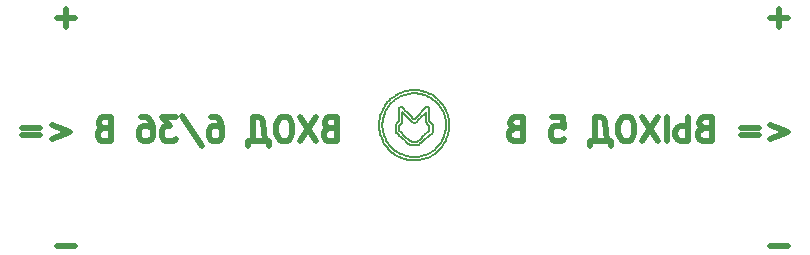
<source format=gbr>
%TF.GenerationSoftware,KiCad,Pcbnew,8.0.5*%
%TF.CreationDate,2024-10-21T04:05:45+03:00*%
%TF.ProjectId,DC36_DC5,44433336-5f44-4433-952e-6b696361645f,rev?*%
%TF.SameCoordinates,Original*%
%TF.FileFunction,Legend,Bot*%
%TF.FilePolarity,Positive*%
%FSLAX46Y46*%
G04 Gerber Fmt 4.6, Leading zero omitted, Abs format (unit mm)*
G04 Created by KiCad (PCBNEW 8.0.5) date 2024-10-21 04:05:45*
%MOMM*%
%LPD*%
G01*
G04 APERTURE LIST*
%ADD10C,0.500000*%
%ADD11C,0.150000*%
G04 APERTURE END LIST*
D10*
X154920862Y-86627333D02*
X153397053Y-86627333D01*
X154158957Y-87389238D02*
X154158957Y-85865428D01*
X94539892Y-86627333D02*
X93016083Y-86627333D01*
X93777987Y-87389238D02*
X93777987Y-85865428D01*
X153397053Y-95715568D02*
X154920862Y-96286997D01*
X154920862Y-96286997D02*
X153397053Y-96858425D01*
X152444672Y-96001283D02*
X150920863Y-96001283D01*
X150920863Y-96572711D02*
X152444672Y-96572711D01*
X147778005Y-96001283D02*
X147492291Y-96096521D01*
X147492291Y-96096521D02*
X147397053Y-96191759D01*
X147397053Y-96191759D02*
X147301815Y-96382235D01*
X147301815Y-96382235D02*
X147301815Y-96667949D01*
X147301815Y-96667949D02*
X147397053Y-96858425D01*
X147397053Y-96858425D02*
X147492291Y-96953664D01*
X147492291Y-96953664D02*
X147682767Y-97048902D01*
X147682767Y-97048902D02*
X148444672Y-97048902D01*
X148444672Y-97048902D02*
X148444672Y-95048902D01*
X148444672Y-95048902D02*
X147778005Y-95048902D01*
X147778005Y-95048902D02*
X147587529Y-95144140D01*
X147587529Y-95144140D02*
X147492291Y-95239378D01*
X147492291Y-95239378D02*
X147397053Y-95429854D01*
X147397053Y-95429854D02*
X147397053Y-95620330D01*
X147397053Y-95620330D02*
X147492291Y-95810806D01*
X147492291Y-95810806D02*
X147587529Y-95906044D01*
X147587529Y-95906044D02*
X147778005Y-96001283D01*
X147778005Y-96001283D02*
X148444672Y-96001283D01*
X144635148Y-95048902D02*
X144635148Y-97048902D01*
X146444672Y-95048902D02*
X146444672Y-97048902D01*
X146444672Y-97048902D02*
X145873243Y-97048902D01*
X145873243Y-97048902D02*
X145587529Y-96953664D01*
X145587529Y-96953664D02*
X145397053Y-96763187D01*
X145397053Y-96763187D02*
X145301815Y-96572711D01*
X145301815Y-96572711D02*
X145301815Y-96286997D01*
X145301815Y-96286997D02*
X145397053Y-96096521D01*
X145397053Y-96096521D02*
X145587529Y-95906044D01*
X145587529Y-95906044D02*
X145873243Y-95810806D01*
X145873243Y-95810806D02*
X146444672Y-95810806D01*
X143873243Y-95048902D02*
X142539910Y-97048902D01*
X142539910Y-95048902D02*
X143873243Y-97048902D01*
X141397053Y-95048902D02*
X141016100Y-95048902D01*
X141016100Y-95048902D02*
X140825624Y-95144140D01*
X140825624Y-95144140D02*
X140635148Y-95334616D01*
X140635148Y-95334616D02*
X140539910Y-95715568D01*
X140539910Y-95715568D02*
X140539910Y-96382235D01*
X140539910Y-96382235D02*
X140635148Y-96763187D01*
X140635148Y-96763187D02*
X140825624Y-96953664D01*
X140825624Y-96953664D02*
X141016100Y-97048902D01*
X141016100Y-97048902D02*
X141397053Y-97048902D01*
X141397053Y-97048902D02*
X141587529Y-96953664D01*
X141587529Y-96953664D02*
X141778005Y-96763187D01*
X141778005Y-96763187D02*
X141873243Y-96382235D01*
X141873243Y-96382235D02*
X141873243Y-95715568D01*
X141873243Y-95715568D02*
X141778005Y-95334616D01*
X141778005Y-95334616D02*
X141587529Y-95144140D01*
X141587529Y-95144140D02*
X141397053Y-95048902D01*
X138158958Y-97525092D02*
X138158958Y-97048902D01*
X138158958Y-97048902D02*
X139873243Y-97048902D01*
X139873243Y-97048902D02*
X139873243Y-97525092D01*
X138539910Y-97048902D02*
X138539910Y-95048902D01*
X138539910Y-95048902D02*
X139016100Y-95048902D01*
X139016100Y-95048902D02*
X139206577Y-95144140D01*
X139206577Y-95144140D02*
X139301815Y-95239378D01*
X139301815Y-95239378D02*
X139397053Y-95429854D01*
X139397053Y-95429854D02*
X139587529Y-97048902D01*
X134920862Y-95048902D02*
X135873243Y-95048902D01*
X135873243Y-95048902D02*
X135968481Y-96001283D01*
X135968481Y-96001283D02*
X135873243Y-95906044D01*
X135873243Y-95906044D02*
X135682767Y-95810806D01*
X135682767Y-95810806D02*
X135206576Y-95810806D01*
X135206576Y-95810806D02*
X135016100Y-95906044D01*
X135016100Y-95906044D02*
X134920862Y-96001283D01*
X134920862Y-96001283D02*
X134825624Y-96191759D01*
X134825624Y-96191759D02*
X134825624Y-96667949D01*
X134825624Y-96667949D02*
X134920862Y-96858425D01*
X134920862Y-96858425D02*
X135016100Y-96953664D01*
X135016100Y-96953664D02*
X135206576Y-97048902D01*
X135206576Y-97048902D02*
X135682767Y-97048902D01*
X135682767Y-97048902D02*
X135873243Y-96953664D01*
X135873243Y-96953664D02*
X135968481Y-96858425D01*
X131778004Y-96001283D02*
X131492290Y-96096521D01*
X131492290Y-96096521D02*
X131397052Y-96191759D01*
X131397052Y-96191759D02*
X131301814Y-96382235D01*
X131301814Y-96382235D02*
X131301814Y-96667949D01*
X131301814Y-96667949D02*
X131397052Y-96858425D01*
X131397052Y-96858425D02*
X131492290Y-96953664D01*
X131492290Y-96953664D02*
X131682766Y-97048902D01*
X131682766Y-97048902D02*
X132444671Y-97048902D01*
X132444671Y-97048902D02*
X132444671Y-95048902D01*
X132444671Y-95048902D02*
X131778004Y-95048902D01*
X131778004Y-95048902D02*
X131587528Y-95144140D01*
X131587528Y-95144140D02*
X131492290Y-95239378D01*
X131492290Y-95239378D02*
X131397052Y-95429854D01*
X131397052Y-95429854D02*
X131397052Y-95620330D01*
X131397052Y-95620330D02*
X131492290Y-95810806D01*
X131492290Y-95810806D02*
X131587528Y-95906044D01*
X131587528Y-95906044D02*
X131778004Y-96001283D01*
X131778004Y-96001283D02*
X132444671Y-96001283D01*
X116063714Y-96001283D02*
X115778000Y-96096521D01*
X115778000Y-96096521D02*
X115682762Y-96191759D01*
X115682762Y-96191759D02*
X115587524Y-96382235D01*
X115587524Y-96382235D02*
X115587524Y-96667949D01*
X115587524Y-96667949D02*
X115682762Y-96858425D01*
X115682762Y-96858425D02*
X115778000Y-96953664D01*
X115778000Y-96953664D02*
X115968476Y-97048902D01*
X115968476Y-97048902D02*
X116730381Y-97048902D01*
X116730381Y-97048902D02*
X116730381Y-95048902D01*
X116730381Y-95048902D02*
X116063714Y-95048902D01*
X116063714Y-95048902D02*
X115873238Y-95144140D01*
X115873238Y-95144140D02*
X115778000Y-95239378D01*
X115778000Y-95239378D02*
X115682762Y-95429854D01*
X115682762Y-95429854D02*
X115682762Y-95620330D01*
X115682762Y-95620330D02*
X115778000Y-95810806D01*
X115778000Y-95810806D02*
X115873238Y-95906044D01*
X115873238Y-95906044D02*
X116063714Y-96001283D01*
X116063714Y-96001283D02*
X116730381Y-96001283D01*
X114920857Y-95048902D02*
X113587524Y-97048902D01*
X113587524Y-95048902D02*
X114920857Y-97048902D01*
X112444667Y-95048902D02*
X112063714Y-95048902D01*
X112063714Y-95048902D02*
X111873238Y-95144140D01*
X111873238Y-95144140D02*
X111682762Y-95334616D01*
X111682762Y-95334616D02*
X111587524Y-95715568D01*
X111587524Y-95715568D02*
X111587524Y-96382235D01*
X111587524Y-96382235D02*
X111682762Y-96763187D01*
X111682762Y-96763187D02*
X111873238Y-96953664D01*
X111873238Y-96953664D02*
X112063714Y-97048902D01*
X112063714Y-97048902D02*
X112444667Y-97048902D01*
X112444667Y-97048902D02*
X112635143Y-96953664D01*
X112635143Y-96953664D02*
X112825619Y-96763187D01*
X112825619Y-96763187D02*
X112920857Y-96382235D01*
X112920857Y-96382235D02*
X112920857Y-95715568D01*
X112920857Y-95715568D02*
X112825619Y-95334616D01*
X112825619Y-95334616D02*
X112635143Y-95144140D01*
X112635143Y-95144140D02*
X112444667Y-95048902D01*
X109206572Y-97525092D02*
X109206572Y-97048902D01*
X109206572Y-97048902D02*
X110920857Y-97048902D01*
X110920857Y-97048902D02*
X110920857Y-97525092D01*
X109587524Y-97048902D02*
X109587524Y-95048902D01*
X109587524Y-95048902D02*
X110063714Y-95048902D01*
X110063714Y-95048902D02*
X110254191Y-95144140D01*
X110254191Y-95144140D02*
X110349429Y-95239378D01*
X110349429Y-95239378D02*
X110444667Y-95429854D01*
X110444667Y-95429854D02*
X110635143Y-97048902D01*
X106063714Y-95048902D02*
X106444667Y-95048902D01*
X106444667Y-95048902D02*
X106635143Y-95144140D01*
X106635143Y-95144140D02*
X106730381Y-95239378D01*
X106730381Y-95239378D02*
X106920857Y-95525092D01*
X106920857Y-95525092D02*
X107016095Y-95906044D01*
X107016095Y-95906044D02*
X107016095Y-96667949D01*
X107016095Y-96667949D02*
X106920857Y-96858425D01*
X106920857Y-96858425D02*
X106825619Y-96953664D01*
X106825619Y-96953664D02*
X106635143Y-97048902D01*
X106635143Y-97048902D02*
X106254190Y-97048902D01*
X106254190Y-97048902D02*
X106063714Y-96953664D01*
X106063714Y-96953664D02*
X105968476Y-96858425D01*
X105968476Y-96858425D02*
X105873238Y-96667949D01*
X105873238Y-96667949D02*
X105873238Y-96191759D01*
X105873238Y-96191759D02*
X105968476Y-96001283D01*
X105968476Y-96001283D02*
X106063714Y-95906044D01*
X106063714Y-95906044D02*
X106254190Y-95810806D01*
X106254190Y-95810806D02*
X106635143Y-95810806D01*
X106635143Y-95810806D02*
X106825619Y-95906044D01*
X106825619Y-95906044D02*
X106920857Y-96001283D01*
X106920857Y-96001283D02*
X107016095Y-96191759D01*
X103587524Y-94953664D02*
X105301809Y-97525092D01*
X103111333Y-95048902D02*
X101873238Y-95048902D01*
X101873238Y-95048902D02*
X102539905Y-95810806D01*
X102539905Y-95810806D02*
X102254190Y-95810806D01*
X102254190Y-95810806D02*
X102063714Y-95906044D01*
X102063714Y-95906044D02*
X101968476Y-96001283D01*
X101968476Y-96001283D02*
X101873238Y-96191759D01*
X101873238Y-96191759D02*
X101873238Y-96667949D01*
X101873238Y-96667949D02*
X101968476Y-96858425D01*
X101968476Y-96858425D02*
X102063714Y-96953664D01*
X102063714Y-96953664D02*
X102254190Y-97048902D01*
X102254190Y-97048902D02*
X102825619Y-97048902D01*
X102825619Y-97048902D02*
X103016095Y-96953664D01*
X103016095Y-96953664D02*
X103111333Y-96858425D01*
X100158952Y-95048902D02*
X100539905Y-95048902D01*
X100539905Y-95048902D02*
X100730381Y-95144140D01*
X100730381Y-95144140D02*
X100825619Y-95239378D01*
X100825619Y-95239378D02*
X101016095Y-95525092D01*
X101016095Y-95525092D02*
X101111333Y-95906044D01*
X101111333Y-95906044D02*
X101111333Y-96667949D01*
X101111333Y-96667949D02*
X101016095Y-96858425D01*
X101016095Y-96858425D02*
X100920857Y-96953664D01*
X100920857Y-96953664D02*
X100730381Y-97048902D01*
X100730381Y-97048902D02*
X100349428Y-97048902D01*
X100349428Y-97048902D02*
X100158952Y-96953664D01*
X100158952Y-96953664D02*
X100063714Y-96858425D01*
X100063714Y-96858425D02*
X99968476Y-96667949D01*
X99968476Y-96667949D02*
X99968476Y-96191759D01*
X99968476Y-96191759D02*
X100063714Y-96001283D01*
X100063714Y-96001283D02*
X100158952Y-95906044D01*
X100158952Y-95906044D02*
X100349428Y-95810806D01*
X100349428Y-95810806D02*
X100730381Y-95810806D01*
X100730381Y-95810806D02*
X100920857Y-95906044D01*
X100920857Y-95906044D02*
X101016095Y-96001283D01*
X101016095Y-96001283D02*
X101111333Y-96191759D01*
X96920856Y-96001283D02*
X96635142Y-96096521D01*
X96635142Y-96096521D02*
X96539904Y-96191759D01*
X96539904Y-96191759D02*
X96444666Y-96382235D01*
X96444666Y-96382235D02*
X96444666Y-96667949D01*
X96444666Y-96667949D02*
X96539904Y-96858425D01*
X96539904Y-96858425D02*
X96635142Y-96953664D01*
X96635142Y-96953664D02*
X96825618Y-97048902D01*
X96825618Y-97048902D02*
X97587523Y-97048902D01*
X97587523Y-97048902D02*
X97587523Y-95048902D01*
X97587523Y-95048902D02*
X96920856Y-95048902D01*
X96920856Y-95048902D02*
X96730380Y-95144140D01*
X96730380Y-95144140D02*
X96635142Y-95239378D01*
X96635142Y-95239378D02*
X96539904Y-95429854D01*
X96539904Y-95429854D02*
X96539904Y-95620330D01*
X96539904Y-95620330D02*
X96635142Y-95810806D01*
X96635142Y-95810806D02*
X96730380Y-95906044D01*
X96730380Y-95906044D02*
X96920856Y-96001283D01*
X96920856Y-96001283D02*
X97587523Y-96001283D01*
X92539904Y-95715568D02*
X94063713Y-96286997D01*
X94063713Y-96286997D02*
X92539904Y-96858425D01*
X91587523Y-96001283D02*
X90063714Y-96001283D01*
X90063714Y-96572711D02*
X91587523Y-96572711D01*
X154920862Y-105946661D02*
X153397053Y-105946661D01*
X94539892Y-105946661D02*
X93016083Y-105946661D01*
D11*
%TO.C,LOGO*%
X120273000Y-95716590D02*
X120273000Y-95704000D01*
X120282560Y-95951250D02*
X120279850Y-95908350D01*
X120305560Y-96158640D02*
X120285670Y-95993730D01*
X120592540Y-95267540D02*
X120620000Y-95127000D01*
X120930740Y-94345740D02*
X121011420Y-94217620D01*
X120984020Y-93789420D02*
X121070450Y-93693450D01*
X121111280Y-97359320D02*
X121040020Y-97262580D01*
X121184400Y-93577000D02*
X121231200Y-93532600D01*
X121210830Y-97886170D02*
X121028300Y-97699110D01*
X121231170Y-93933370D02*
X121292400Y-93867400D01*
X121245580Y-97520220D02*
X121186390Y-97452220D01*
X121275630Y-97552570D02*
X121255170Y-97532240D01*
X121375620Y-93782610D02*
X121530070Y-93644260D01*
X121383650Y-98037360D02*
X121234820Y-97910190D01*
X121455560Y-97730250D02*
X121389600Y-97669000D01*
X121522780Y-97787820D02*
X121477160Y-97749450D01*
X121646810Y-93211410D02*
X121849800Y-93092800D01*
X121691400Y-95706400D02*
X121691400Y-96299200D01*
X121713510Y-97933100D02*
X121664300Y-97898300D01*
X121772430Y-96422180D02*
X121843230Y-96483380D01*
X121902120Y-93385120D02*
X121956170Y-93355160D01*
X121943980Y-96572220D02*
X121984910Y-96608090D01*
X121962010Y-95389010D02*
X121791600Y-95559400D01*
X121972200Y-96224800D02*
X121972030Y-95790230D01*
X121974600Y-94511200D02*
X121974600Y-95248000D01*
X122130950Y-92961140D02*
X122265310Y-92910700D01*
X122266810Y-96854190D02*
X122307580Y-96890230D01*
X122326780Y-96907030D02*
X122437220Y-97002980D01*
X122399760Y-96596450D02*
X122104910Y-96339290D01*
X122567760Y-97117250D02*
X122648420Y-97187790D01*
X122658250Y-97197160D02*
X122870780Y-97383030D01*
X122823490Y-96967110D02*
X122497100Y-96681510D01*
X122922020Y-97053380D02*
X122856420Y-96996590D01*
X122985010Y-97420000D02*
X123517810Y-97420000D01*
X123085930Y-98408680D02*
X122857660Y-98384950D01*
X123088210Y-98689600D02*
X122958420Y-98680190D01*
X123180000Y-95168200D02*
X122972410Y-94960600D01*
X123181170Y-98694410D02*
X123172180Y-98694410D01*
X123222610Y-93025600D02*
X123311440Y-93025570D01*
X123429010Y-98689620D02*
X123181170Y-98694410D01*
X123477000Y-97136800D02*
X123021010Y-97136800D01*
X123619640Y-98671440D02*
X123429010Y-98689620D01*
X123689220Y-97327420D02*
X123890430Y-97151830D01*
X123709100Y-96936890D02*
X123659990Y-96978980D01*
X123758400Y-95123800D02*
X124209610Y-94672600D01*
X123773980Y-96879380D02*
X123740650Y-96908450D01*
X123991190Y-97062990D02*
X124254030Y-96833820D01*
X124020030Y-96664630D02*
X123807630Y-96850620D01*
X124242600Y-94643200D02*
X124242520Y-95442490D01*
X124263850Y-96824450D02*
X124414830Y-96692230D01*
X124285200Y-94200990D02*
X123387600Y-95098600D01*
X124323520Y-98189710D02*
X124266260Y-98214060D01*
X124350010Y-95601400D02*
X124504810Y-95756200D01*
X124362640Y-93265560D02*
X124445000Y-93305600D01*
X124425580Y-96683780D02*
X124465230Y-96649020D01*
X124496300Y-96248090D02*
X124119580Y-96576980D01*
X124523410Y-95260000D02*
X124523410Y-94393600D01*
X124525810Y-95780800D02*
X124525810Y-96217600D01*
X124636780Y-96498980D02*
X124696830Y-96446230D01*
X124806610Y-96289600D02*
X124806610Y-95718400D01*
X124969470Y-97791670D02*
X124805600Y-97918200D01*
X125007605Y-93679000D02*
X125190008Y-93851800D01*
X125230813Y-93894990D02*
X125259500Y-93926310D01*
X125247617Y-97525020D02*
X125197237Y-97580230D01*
X125392810Y-93656200D02*
X125447961Y-93716240D01*
X125400007Y-97773400D02*
X125331613Y-97844210D01*
X125520174Y-94270430D02*
X125605043Y-94413560D01*
X125541626Y-97615020D02*
X125477220Y-97689820D01*
X125702821Y-94037390D02*
X125776094Y-94148910D01*
X125728687Y-97362880D02*
X125691704Y-97417100D01*
X125792079Y-96607870D02*
X125734382Y-96758980D01*
X125899407Y-97070400D02*
X125867424Y-97132020D01*
X126217859Y-95910450D02*
X126214750Y-95955340D01*
X126219552Y-95553460D02*
X126223016Y-95730700D01*
X120273000Y-95704000D02*
X120278013Y-95540556D01*
X120292156Y-95384097D01*
X120314080Y-95227743D01*
X120319280Y-95195880D01*
X120279850Y-95908350D02*
X120273086Y-95752884D01*
X120273000Y-95716590D01*
X120285670Y-95993730D02*
X120282560Y-95951250D01*
X120318580Y-96239220D02*
X120305560Y-96158640D01*
X120319280Y-95195880D02*
X120353488Y-95026900D01*
X120392750Y-94878913D01*
X120440195Y-94731555D01*
X120494887Y-94588176D01*
X120566600Y-94430400D01*
X120481800Y-96815200D02*
X120423643Y-96657208D01*
X120379567Y-96513714D01*
X120343336Y-96368013D01*
X120318580Y-96239220D01*
X120553740Y-95732860D02*
X120558477Y-95579527D01*
X120558520Y-95569520D01*
X120556180Y-95814420D02*
X120556230Y-95773570D01*
X120556230Y-95773570D02*
X120553740Y-95732860D01*
X120558520Y-95569520D02*
X120571127Y-95418762D01*
X120592540Y-95267540D01*
X120561010Y-95893590D02*
X120556180Y-95814420D01*
X120566600Y-94430400D02*
X120596160Y-94368760D01*
X120596160Y-94368760D02*
X120668197Y-94236889D01*
X120746777Y-94108896D01*
X120784680Y-94050880D01*
X120620000Y-95127000D02*
X120653610Y-94992610D01*
X120624850Y-96333760D02*
X120594646Y-96184408D01*
X120572660Y-96033585D01*
X120561010Y-95893590D01*
X120653610Y-94992610D02*
X120700868Y-94842264D01*
X120737700Y-94740700D01*
X120737700Y-94740700D02*
X120749590Y-94711790D01*
X120749590Y-94711790D02*
X120811585Y-94571458D01*
X120880125Y-94434626D01*
X120930740Y-94345740D01*
X120784680Y-94050880D02*
X120873385Y-93925967D01*
X120971485Y-93803691D01*
X120984020Y-93789420D01*
X120804790Y-97416220D02*
X120711585Y-97276313D01*
X120635726Y-97144331D01*
X120566532Y-97008139D01*
X120497267Y-96853110D01*
X120481800Y-96815200D01*
X120822600Y-96892000D02*
X120754551Y-96741735D01*
X120701291Y-96600408D01*
X120656307Y-96457003D01*
X120624850Y-96333760D01*
X120850600Y-96948000D02*
X120822600Y-96892000D01*
X120972810Y-97161800D02*
X120893588Y-97029880D01*
X120850600Y-96948000D01*
X121011420Y-94217620D02*
X121028990Y-94191990D01*
X121016420Y-97686980D02*
X120918010Y-97568713D01*
X120825125Y-97444167D01*
X120804790Y-97416220D01*
X121028300Y-97699110D02*
X121016420Y-97686980D01*
X121028990Y-94191990D02*
X121119459Y-94067491D01*
X121219679Y-93945949D01*
X121231170Y-93933370D01*
X121040020Y-97262580D02*
X120972810Y-97161800D01*
X121070450Y-93693450D02*
X121081220Y-93680220D01*
X121081220Y-93680220D02*
X121137360Y-93623550D01*
X121137360Y-93623550D02*
X121184400Y-93577000D01*
X121186390Y-97452220D02*
X121111280Y-97359320D01*
X121231200Y-93532600D02*
X121317600Y-93455800D01*
X121234820Y-97910190D02*
X121210830Y-97886170D01*
X121255170Y-97532240D02*
X121245580Y-97520220D01*
X121285220Y-97564590D02*
X121275630Y-97552570D01*
X121292400Y-93867400D02*
X121375620Y-93782610D01*
X121317600Y-93455800D02*
X121329340Y-93445930D01*
X121329340Y-93445930D02*
X121380440Y-93403440D01*
X121380440Y-93403440D02*
X121502674Y-93309914D01*
X121630481Y-93221544D01*
X121646810Y-93211410D01*
X121389600Y-97669000D02*
X121285220Y-97564590D01*
X121435980Y-98078630D02*
X121383650Y-98037360D01*
X121467500Y-97739910D02*
X121455560Y-97730250D01*
X121477160Y-97749450D02*
X121467500Y-97739910D01*
X121530070Y-93644260D02*
X121554050Y-93625050D01*
X121554050Y-93625050D02*
X121680410Y-93528990D01*
X121812022Y-93440841D01*
X121902120Y-93385120D01*
X121664300Y-97898300D02*
X121544035Y-97806133D01*
X121522780Y-97787820D01*
X121691400Y-96299200D02*
X121708950Y-96356060D01*
X121708950Y-96356060D02*
X121772430Y-96422180D01*
X121768330Y-98300680D02*
X121639925Y-98221944D01*
X121506541Y-98130471D01*
X121435980Y-98078630D01*
X121791600Y-95559400D02*
X121695586Y-95678079D01*
X121691400Y-95706400D01*
X121843230Y-96483380D02*
X121863610Y-96501390D01*
X121849800Y-93092800D02*
X121988736Y-93024018D01*
X122130950Y-92961140D01*
X121863610Y-96501390D02*
X121923580Y-96554230D01*
X121919530Y-98063080D02*
X121789787Y-97983309D01*
X121713510Y-97933100D01*
X121923580Y-96554230D02*
X121934160Y-96562850D01*
X121934160Y-96562850D02*
X121943980Y-96572220D01*
X121956170Y-93355160D02*
X121982600Y-93340800D01*
X121972030Y-95790230D02*
X121981130Y-95768130D01*
X121974600Y-95248000D02*
X121974680Y-95370480D01*
X121974680Y-95370480D02*
X121962010Y-95389010D01*
X121978410Y-94267810D02*
X121973635Y-94422246D01*
X121974600Y-94511200D01*
X121981130Y-95768130D02*
X122089895Y-95660558D01*
X122199799Y-95549534D01*
X122214020Y-95535420D01*
X121982600Y-93340800D02*
X122122774Y-93271183D01*
X122241000Y-93219990D01*
X121984910Y-96608090D02*
X122097900Y-96707042D01*
X122196110Y-96792890D01*
X122029000Y-98121610D02*
X121919530Y-98063080D01*
X122075440Y-98454370D02*
X121938650Y-98390468D01*
X121805202Y-98321453D01*
X121768330Y-98300680D01*
X122104910Y-96339290D02*
X121990509Y-96238442D01*
X121972200Y-96224800D01*
X122142260Y-98176350D02*
X122029000Y-98121610D01*
X122196110Y-96792890D02*
X122206820Y-96801380D01*
X122200870Y-98201740D02*
X122142260Y-98176350D01*
X122206820Y-96801380D02*
X122266810Y-96854190D01*
X122214020Y-94202180D02*
X122059964Y-94172634D01*
X121978410Y-94267810D01*
X122214020Y-95535420D02*
X122253060Y-95459260D01*
X122241000Y-93219990D02*
X122382733Y-93167879D01*
X122527002Y-93123395D01*
X122673539Y-93086927D01*
X122822081Y-93058863D01*
X122907760Y-93046750D01*
X122253060Y-95459260D02*
X122256346Y-95304809D01*
X122255593Y-95147511D01*
X122255400Y-95111200D01*
X122255400Y-94643200D02*
X122383684Y-94769219D01*
X122510424Y-94895679D01*
X122619066Y-95004366D01*
X122731468Y-95116963D01*
X122840533Y-95226312D01*
X122968497Y-95354688D01*
X123076738Y-95463296D01*
X123097200Y-95483800D01*
X122255400Y-95111200D02*
X122255400Y-94956723D01*
X122255400Y-94795277D01*
X122255400Y-94644985D01*
X122255400Y-94643200D01*
X122265310Y-92910700D02*
X122413131Y-92863102D01*
X122548690Y-92826880D01*
X122307580Y-96890230D02*
X122326780Y-96907030D01*
X122431310Y-96624890D02*
X122399760Y-96596450D01*
X122437220Y-97002980D02*
X122447050Y-97012360D01*
X122447050Y-97012360D02*
X122563821Y-97114072D01*
X122567760Y-97117250D01*
X122497100Y-96681510D02*
X122431310Y-96624890D01*
X122548690Y-92826880D02*
X122700376Y-92794486D01*
X122858220Y-92769210D01*
X122562580Y-98615230D02*
X122410129Y-98574537D01*
X122253765Y-98524702D01*
X122103769Y-98466816D01*
X122075440Y-98454370D01*
X122648420Y-97187790D02*
X122658250Y-97197160D01*
X122856420Y-96996590D02*
X122823490Y-96967110D01*
X122857660Y-98384950D02*
X122689454Y-98355731D01*
X122522972Y-98315121D01*
X122359636Y-98263622D01*
X122200870Y-98201740D01*
X122858220Y-92769210D02*
X122983990Y-92755780D01*
X122870780Y-97383030D02*
X122917440Y-97410760D01*
X122907760Y-93046750D02*
X123060625Y-93031652D01*
X123212349Y-93025626D01*
X123222610Y-93025600D01*
X122917440Y-97410760D02*
X122985010Y-97420000D01*
X122938690Y-97067910D02*
X122922020Y-97053380D01*
X122958420Y-98680190D02*
X122807580Y-98662849D01*
X122656436Y-98636185D01*
X122562580Y-98615230D01*
X122972410Y-94960600D02*
X122853815Y-94842189D01*
X122735109Y-94723891D01*
X122616392Y-94605605D01*
X122497763Y-94487232D01*
X122379324Y-94368671D01*
X122261175Y-94249822D01*
X122214020Y-94202180D01*
X122983990Y-92755780D02*
X123134667Y-92745278D01*
X123155310Y-92744700D01*
X123021010Y-97136800D02*
X122938690Y-97067910D01*
X123097200Y-95483800D02*
X123221348Y-95574316D01*
X123246600Y-95576800D01*
X123133810Y-98692000D02*
X123088210Y-98689600D01*
X123155310Y-92744700D02*
X123308619Y-92745162D01*
X123461509Y-92751656D01*
X123613409Y-92766155D01*
X123643620Y-92770190D01*
X123167420Y-98411190D02*
X123085930Y-98408680D01*
X123172180Y-98694410D02*
X123133810Y-98692000D01*
X123208120Y-98413690D02*
X123167420Y-98411190D01*
X123214800Y-95203000D02*
X123180000Y-95168200D01*
X123246600Y-95576800D02*
X123335780Y-95545980D01*
X123249000Y-95236000D02*
X123214800Y-95203000D01*
X123311440Y-93025570D02*
X123349720Y-93028080D01*
X123335780Y-95545980D02*
X123453960Y-95429725D01*
X123562670Y-95320755D01*
X123682891Y-95199814D01*
X123758400Y-95123800D01*
X123349720Y-93028080D02*
X123468080Y-93034530D01*
X123387600Y-95098600D02*
X123280211Y-95207492D01*
X123249000Y-95236000D01*
X123468080Y-93034530D02*
X123581570Y-93045840D01*
X123517810Y-97420000D02*
X123654988Y-97356591D01*
X123668650Y-97345250D01*
X123581570Y-93045840D02*
X123738735Y-93070436D01*
X123893857Y-93102766D01*
X123996270Y-93130340D01*
X123595180Y-97036580D02*
X123480626Y-97134681D01*
X123477000Y-97136800D01*
X123610390Y-97022990D02*
X123595180Y-97036580D01*
X123643320Y-96993510D02*
X123610390Y-97022990D01*
X123643620Y-92770190D02*
X123800640Y-92795742D01*
X123955110Y-92828300D01*
X123659990Y-96978980D02*
X123643320Y-96993510D01*
X123668650Y-97345250D02*
X123689220Y-97327420D01*
X123740650Y-96908450D02*
X123709100Y-96936890D01*
X123790820Y-96865020D02*
X123773980Y-96879380D01*
X123807630Y-96850620D02*
X123790820Y-96865020D01*
X123890430Y-97151830D02*
X123991190Y-97062990D01*
X123955110Y-92828300D02*
X124104823Y-92868948D01*
X124171510Y-92890290D01*
X123996270Y-93130340D02*
X124060510Y-93150090D01*
X124041950Y-98587350D02*
X123890498Y-98624037D01*
X123739824Y-98653567D01*
X123619640Y-98671440D01*
X124060510Y-93150090D02*
X124203973Y-93199435D01*
X124345012Y-93257058D01*
X124362640Y-93265560D01*
X124119580Y-96576980D02*
X124020030Y-96664630D01*
X124171510Y-92890290D02*
X124239860Y-92913150D01*
X124209610Y-94672600D02*
X124242600Y-94643200D01*
X124239860Y-92913150D02*
X124391961Y-92972695D01*
X124541146Y-93038567D01*
X124672970Y-93106430D01*
X124242520Y-95442490D02*
X124321579Y-95573990D01*
X124350010Y-95601400D01*
X124254030Y-96833820D02*
X124263850Y-96824450D01*
X124266260Y-98214060D02*
X124106779Y-98272736D01*
X123947616Y-98320946D01*
X123787076Y-98358884D01*
X123623464Y-98386749D01*
X123455085Y-98404734D01*
X123280245Y-98413036D01*
X123208120Y-98413690D01*
X124414830Y-96692230D02*
X124425580Y-96683780D01*
X124445000Y-93305600D02*
X124474420Y-93319380D01*
X124465230Y-96649020D02*
X124583059Y-96545632D01*
X124636780Y-96498980D01*
X124474420Y-93319380D02*
X124501010Y-93333590D01*
X124501010Y-93333590D02*
X124633050Y-93407960D01*
X124504810Y-95756200D02*
X124525810Y-95780800D01*
X124520010Y-94272190D02*
X124414318Y-94165304D01*
X124285200Y-94200990D01*
X124521020Y-98094420D02*
X124386195Y-98161171D01*
X124323520Y-98189710D01*
X124523410Y-94393600D02*
X124520010Y-94272190D01*
X124525810Y-96217600D02*
X124496300Y-96248090D01*
X124526330Y-95381880D02*
X124523410Y-95260000D01*
X124545810Y-98397610D02*
X124404325Y-98461733D01*
X124252081Y-98521168D01*
X124101733Y-98571058D01*
X124041950Y-98587350D01*
X124633050Y-93407960D02*
X124760968Y-93489840D01*
X124857380Y-93558030D01*
X124672970Y-93106430D02*
X124818036Y-93191954D01*
X124958394Y-93284466D01*
X125093414Y-93384669D01*
X125165888Y-93443920D01*
X124696830Y-96446230D02*
X124717220Y-96428210D01*
X124711210Y-95566600D02*
X124602323Y-95459224D01*
X124526330Y-95381880D01*
X124717220Y-96428210D02*
X124806004Y-96302981D01*
X124806610Y-96289600D01*
X124773590Y-95629010D02*
X124711210Y-95566600D01*
X124805600Y-97918200D02*
X124676901Y-98004108D01*
X124544508Y-98082277D01*
X124521020Y-98094420D01*
X124806610Y-95718400D02*
X124773590Y-95629010D01*
X124843076Y-98231680D02*
X124705667Y-98312932D01*
X124564877Y-98387968D01*
X124545810Y-98397610D01*
X124857380Y-93558030D02*
X124979029Y-93653499D01*
X125007605Y-93679000D01*
X125006836Y-98119430D02*
X124879661Y-98208361D01*
X124843076Y-98231680D01*
X125032958Y-98099960D02*
X125006836Y-98119430D01*
X125060326Y-98079320D02*
X125032958Y-98099960D01*
X125082011Y-97693010D02*
X124969470Y-97791670D01*
X125103195Y-97673390D02*
X125082011Y-97693010D01*
X125165888Y-93443920D02*
X125177221Y-93454190D01*
X125177221Y-93454190D02*
X125292446Y-93557242D01*
X125300299Y-93563910D01*
X125187488Y-97976090D02*
X125068540Y-98073143D01*
X125060326Y-98079320D01*
X125190008Y-93851800D02*
X125230813Y-93894990D01*
X125197237Y-97580230D02*
X125103195Y-97673390D01*
X125198821Y-97965820D02*
X125187488Y-97976090D01*
X125259500Y-93926310D02*
X125359939Y-94046088D01*
X125453662Y-94171350D01*
X125300299Y-93563910D02*
X125392810Y-93656200D01*
X125325541Y-97434940D02*
X125247617Y-97525020D01*
X125331613Y-97844210D02*
X125218245Y-97949398D01*
X125198821Y-97965820D01*
X125447961Y-93716240D02*
X125523490Y-93801520D01*
X125453662Y-94171350D02*
X125520174Y-94270430D01*
X125467223Y-97701420D02*
X125400007Y-97773400D01*
X125477220Y-97689820D02*
X125467223Y-97701420D01*
X125502582Y-97194380D02*
X125412494Y-97325172D01*
X125325541Y-97434940D01*
X125523490Y-93801520D02*
X125622489Y-93924674D01*
X125694156Y-94024450D01*
X125552455Y-97601850D02*
X125541626Y-97615020D01*
X125605043Y-94413560D02*
X125678167Y-94554504D01*
X125743127Y-94699963D01*
X125781313Y-94798900D01*
X125641009Y-96958400D02*
X125566645Y-97093202D01*
X125502582Y-97194380D01*
X125691704Y-97417100D02*
X125602151Y-97539771D01*
X125552455Y-97601850D01*
X125694156Y-94024450D02*
X125702821Y-94037390D01*
X125721340Y-96789140D02*
X125656799Y-96926918D01*
X125641009Y-96958400D01*
X125734382Y-96758980D02*
X125721340Y-96789140D01*
X125776094Y-94148910D02*
X125854625Y-94281830D01*
X125861828Y-94295980D01*
X125781313Y-94798900D02*
X125832187Y-94953789D01*
X125875357Y-95116772D01*
X125907771Y-95281146D01*
X125920009Y-95370600D01*
X125851578Y-96415370D02*
X125808282Y-96560659D01*
X125792079Y-96607870D01*
X125861828Y-94295980D02*
X125877818Y-94325590D01*
X125867424Y-97132020D02*
X125791915Y-97264661D01*
X125728687Y-97362880D01*
X125877818Y-94325590D02*
X125909008Y-94385600D01*
X125897598Y-96211790D02*
X125865676Y-96358642D01*
X125851578Y-96415370D01*
X125909008Y-94385600D02*
X125976303Y-94529193D01*
X126035900Y-94675766D01*
X126087540Y-94825357D01*
X126130963Y-94978005D01*
X126151988Y-95066620D01*
X125920009Y-95370600D02*
X125934885Y-95533123D01*
X125941575Y-95689352D01*
X125939521Y-95842958D01*
X125928167Y-95997611D01*
X125906955Y-96156983D01*
X125897598Y-96211790D01*
X126040209Y-96750410D02*
X125981417Y-96894561D01*
X125915628Y-97037641D01*
X125899407Y-97070400D01*
X126064582Y-96681180D02*
X126040209Y-96750410D01*
X126108910Y-96540700D02*
X126064582Y-96681180D01*
X126146829Y-96393820D02*
X126108910Y-96540700D01*
X126151988Y-95066620D02*
X126182109Y-95223705D01*
X126203845Y-95373069D01*
X126205112Y-95383100D01*
X126202036Y-96079430D02*
X126179336Y-96228209D01*
X126149062Y-96383605D01*
X126146829Y-96393820D01*
X126205112Y-95383100D02*
X126216422Y-95510990D01*
X126210679Y-95996870D02*
X126202036Y-96079430D01*
X126214750Y-95955340D02*
X126210679Y-95996870D01*
X126216422Y-95510990D02*
X126219552Y-95553460D01*
X126222687Y-95824080D02*
X126217859Y-95910450D01*
X126223016Y-95730700D02*
X126222687Y-95824080D01*
%TD*%
M02*

</source>
